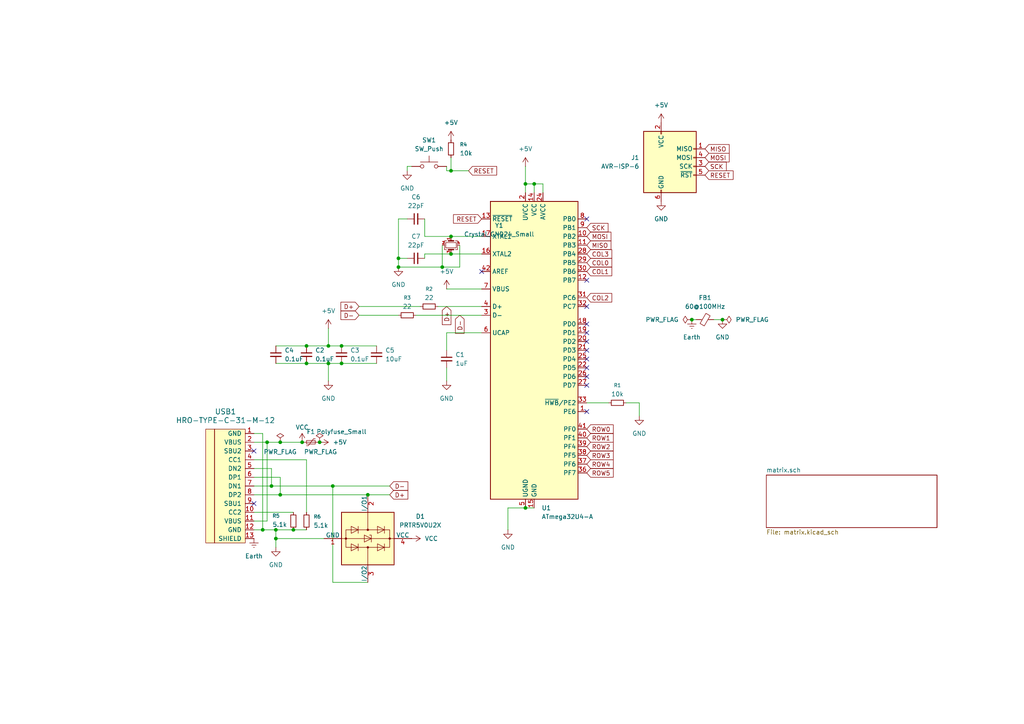
<source format=kicad_sch>
(kicad_sch (version 20250114) (generator "eeschema") (generator_version "9.0")
  (paper "A4")
  (lib_symbols
    (symbol "Connector:AVR-ISP-6" (pin_names (offset 1.016))
      (property "Reference" "J" (at -6.35 11.43 0))
      (property "Value" "AVR-ISP-6" (at 0 11.43 0))
      (symbol "AVR-ISP-6_0_1"
        (rectangle (start -2.667 10.16) (end -2.413 9.398))
        (rectangle (start -2.667 -6.858) (end -2.413 -7.62))
        (rectangle (start 7.62 10.16) (end -7.62 -7.62) (stroke (width 0.254)) (fill (type background)))
        (rectangle (start 7.62 5.207) (end 6.858 4.953))
        (rectangle (start 7.62 2.667) (end 6.858 2.413))
        (rectangle (start 7.62 0.127) (end 6.858 -0.127))
        (rectangle (start 7.62 -2.413) (end 6.858 -2.667))
      )
      (symbol "AVR-ISP-6_1_1"
        (pin passive line (at -2.54 12.7 270) (length 2.54) (name "VCC") (number "2"))
        (pin passive line (at -2.54 -10.16 90) (length 2.54) (name "GND") (number "6"))
        (pin passive line (at 10.16 5.08 180) (length 2.54) (name "MISO") (number "1"))
        (pin passive line (at 10.16 2.54 180) (length 2.54) (name "MOSI") (number "4"))
        (pin passive line (at 10.16 0 180) (length 2.54) (name "SCK") (number "3"))
        (pin passive line (at 10.16 -2.54 180) (length 2.54) (name "~{RST}") (number "5"))
      )
    )
    (symbol "Device:C_Small" (pin_numbers (hide yes)) (pin_names (offset 0.254) (hide yes))
      (property "Reference" "C" (at 0.254 1.778 0))
      (property "Value" "C_Small" (at 0.254 -2.032 0))
      (symbol "C_Small_0_1"
        (polyline (pts (xy -1.524 0.508) (xy 1.524 0.508)) (stroke (width 0.3048)))
        (polyline (pts (xy -1.524 -0.508) (xy 1.524 -0.508)) (stroke (width 0.3302)))
      )
      (symbol "C_Small_1_1"
        (pin passive line (at 0 2.54 270) (length 2.032) (name "~") (number "1"))
        (pin passive line (at 0 -2.54 90) (length 2.032) (name "~") (number "2"))
      )
    )
    (symbol "Device:Crystal_GND24_Small" (pin_names (offset 1.016) (hide yes))
      (property "Reference" "Y" (at 1.27 4.445 0))
      (property "Value" "Crystal_GND24_Small" (at 1.27 2.54 0))
      (symbol "Crystal_GND24_Small_0_1"
        (polyline (pts (xy -1.27 1.27) (xy -1.27 1.905) (xy 1.27 1.905) (xy 1.27 1.27)))
        (polyline (pts (xy -1.27 -0.762) (xy -1.27 0.762)) (stroke (width 0.381)))
        (polyline (pts (xy -1.27 -1.27) (xy -1.27 -1.905) (xy 1.27 -1.905) (xy 1.27 -1.27)))
        (rectangle (start -0.762 -1.524) (end 0.762 1.524))
        (polyline (pts (xy 1.27 -0.762) (xy 1.27 0.762)) (stroke (width 0.381)))
      )
      (symbol "Crystal_GND24_Small_1_1"
        (pin passive line (at -2.54 0 0) (length 1.27) (name "1") (number "1"))
        (pin passive line (at 0 2.54 270) (length 0.635) (name "4") (number "4"))
        (pin passive line (at 0 -2.54 90) (length 0.635) (name "2") (number "2"))
        (pin passive line (at 2.54 0 180) (length 1.27) (name "3") (number "3"))
      )
    )
    (symbol "Device:FerriteBead_Small" (pin_numbers (hide yes)) (pin_names (offset 0))
      (property "Reference" "FB" (at 1.905 1.27 0))
      (property "Value" "FerriteBead_Small" (at 1.905 -1.27 0))
      (symbol "FerriteBead_Small_0_1"
        (polyline (pts (xy -1.8288 0.2794) (xy -1.1176 1.4986) (xy 1.8288 -0.2032) (xy 1.1176 -1.4224) (xy -1.8288 0.2794)))
        (polyline (pts (xy 0 0.889) (xy 0 1.2954)))
        (polyline (pts (xy 0 -1.27) (xy 0 -0.7874)))
      )
      (symbol "FerriteBead_Small_1_1"
        (pin passive line (at 0 2.54 270) (length 1.27) (name "~") (number "1"))
        (pin passive line (at 0 -2.54 90) (length 1.27) (name "~") (number "2"))
      )
    )
    (symbol "Device:Polyfuse_Small" (pin_numbers (hide yes)) (pin_names (offset 0))
      (property "Reference" "F" (at -1.905 0 90))
      (property "Value" "Polyfuse_Small" (at 1.905 0 90))
      (symbol "Polyfuse_Small_0_1"
        (polyline (pts (xy -1.016 1.27) (xy -1.016 0.762) (xy 1.016 -0.762) (xy 1.016 -1.27)))
        (rectangle (start -0.508 1.27) (end 0.508 -1.27))
        (polyline (pts (xy 0 2.54) (xy 0 -2.54)))
      )
      (symbol "Polyfuse_Small_1_1"
        (pin passive line (at 0 2.54 270) (length 0.635) (name "~") (number "1"))
        (pin passive line (at 0 -2.54 90) (length 0.635) (name "~") (number "2"))
      )
    )
    (symbol "Device:R_Small" (pin_numbers (hide yes)) (pin_names (offset 0.254) (hide yes))
      (property "Reference" "R" (at 0 0 90))
      (property "Value" "R_Small" (at 1.778 0 90))
      (symbol "R_Small_0_1"
        (rectangle (start -0.762 1.778) (end 0.762 -1.778) (stroke (width 0.2032)))
      )
      (symbol "R_Small_1_1"
        (pin passive line (at 0 2.54 270) (length 0.762) (name "~") (number "1"))
        (pin passive line (at 0 -2.54 90) (length 0.762) (name "~") (number "2"))
      )
    )
    (symbol "MCU_Microchip_ATmega:ATmega32U4-A"
      (property "Reference" "U" (at -12.7 44.45 0))
      (property "Value" "ATmega32U4-A" (at 2.54 -44.45 0))
      (symbol "ATmega32U4-A_0_1"
        (rectangle (start -12.7 -43.18) (end 12.7 43.18) (stroke (width 0.254)) (fill (type background)))
      )
      (symbol "ATmega32U4-A_1_1"
        (pin input line (at -15.24 38.1 0) (length 2.54) (name "~{RESET}") (number "13"))
        (pin input line (at -15.24 33.02 0) (length 2.54) (name "XTAL1") (number "17"))
        (pin output line (at -15.24 27.94 0) (length 2.54) (name "XTAL2") (number "16"))
        (pin passive line (at -15.24 22.86 0) (length 2.54) (name "AREF") (number "42"))
        (pin input line (at -15.24 17.78 0) (length 2.54) (name "VBUS") (number "7"))
        (pin bidirectional line (at -15.24 12.7 0) (length 2.54) (name "D+") (number "4"))
        (pin bidirectional line (at -15.24 10.16 0) (length 2.54) (name "D-") (number "3"))
        (pin passive line (at -15.24 5.08 0) (length 2.54) (name "UCAP") (number "6"))
        (pin power_in line (at -2.54 45.72 270) (length 2.54) (name "UVCC") (number "2"))
        (pin passive line (at -2.54 -45.72 90) (length 2.54) (name "UGND") (number "5"))
        (pin power_in line (at 0 45.72 270) (length 2.54) (name "VCC") (number "14"))
        (pin passive line (at 0 45.72 270) (length 2.54) (hide yes) (name "VCC") (number "34"))
        (pin power_in line (at 0 -45.72 90) (length 2.54) (name "GND") (number "15"))
        (pin passive line (at 0 -45.72 90) (length 2.54) (hide yes) (name "GND") (number "23"))
        (pin passive line (at 0 -45.72 90) (length 2.54) (hide yes) (name "GND") (number "35"))
        (pin passive line (at 0 -45.72 90) (length 2.54) (hide yes) (name "GND") (number "43"))
        (pin power_in line (at 2.54 45.72 270) (length 2.54) (name "AVCC") (number "24"))
        (pin passive line (at 2.54 45.72 270) (length 2.54) (hide yes) (name "AVCC") (number "44"))
        (pin bidirectional line (at 15.24 38.1 180) (length 2.54) (name "PB0") (number "8"))
        (pin bidirectional line (at 15.24 35.56 180) (length 2.54) (name "PB1") (number "9"))
        (pin bidirectional line (at 15.24 33.02 180) (length 2.54) (name "PB2") (number "10"))
        (pin bidirectional line (at 15.24 30.48 180) (length 2.54) (name "PB3") (number "11"))
        (pin bidirectional line (at 15.24 27.94 180) (length 2.54) (name "PB4") (number "28"))
        (pin bidirectional line (at 15.24 25.4 180) (length 2.54) (name "PB5") (number "29"))
        (pin bidirectional line (at 15.24 22.86 180) (length 2.54) (name "PB6") (number "30"))
        (pin bidirectional line (at 15.24 20.32 180) (length 2.54) (name "PB7") (number "12"))
        (pin bidirectional line (at 15.24 15.24 180) (length 2.54) (name "PC6") (number "31"))
        (pin bidirectional line (at 15.24 12.7 180) (length 2.54) (name "PC7") (number "32"))
        (pin bidirectional line (at 15.24 7.62 180) (length 2.54) (name "PD0") (number "18"))
        (pin bidirectional line (at 15.24 5.08 180) (length 2.54) (name "PD1") (number "19"))
        (pin bidirectional line (at 15.24 2.54 180) (length 2.54) (name "PD2") (number "20"))
        (pin bidirectional line (at 15.24 0 180) (length 2.54) (name "PD3") (number "21"))
        (pin bidirectional line (at 15.24 -2.54 180) (length 2.54) (name "PD4") (number "25"))
        (pin bidirectional line (at 15.24 -5.08 180) (length 2.54) (name "PD5") (number "22"))
        (pin bidirectional line (at 15.24 -7.62 180) (length 2.54) (name "PD6") (number "26"))
        (pin bidirectional line (at 15.24 -10.16 180) (length 2.54) (name "PD7") (number "27"))
        (pin bidirectional line (at 15.24 -15.24 180) (length 2.54) (name "~{HWB}/PE2") (number "33"))
        (pin bidirectional line (at 15.24 -17.78 180) (length 2.54) (name "PE6") (number "1"))
        (pin bidirectional line (at 15.24 -22.86 180) (length 2.54) (name "PF0") (number "41"))
        (pin bidirectional line (at 15.24 -25.4 180) (length 2.54) (name "PF1") (number "40"))
        (pin bidirectional line (at 15.24 -27.94 180) (length 2.54) (name "PF4") (number "39"))
        (pin bidirectional line (at 15.24 -30.48 180) (length 2.54) (name "PF5") (number "38"))
        (pin bidirectional line (at 15.24 -33.02 180) (length 2.54) (name "PF6") (number "37"))
        (pin bidirectional line (at 15.24 -35.56 180) (length 2.54) (name "PF7") (number "36"))
      )
    )
    (symbol "Power_Protection:PRTR5V0U2X" (pin_names (offset 0))
      (property "Reference" "D" (at 2.794 8.636 0))
      (property "Value" "PRTR5V0U2X" (at 8.128 -9.398 0))
      (symbol "PRTR5V0U2X_0_1"
        (rectangle (start -7.62 -7.62) (end 7.62 7.62) (stroke (width 0.254)) (fill (type background)))
        (polyline (pts (xy -3.556 2.794) (xy -1.524 2.794) (xy -2.54 4.826) (xy -3.556 2.794)))
        (polyline (pts (xy -3.556 -4.826) (xy -1.524 -4.826) (xy -2.54 -2.794) (xy -3.556 -4.826)))
        (rectangle (start -2.54 6.35) (end 2.54 -6.35))
        (circle (center -2.54 0) (radius 0.254) (fill (type outline)))
        (polyline (pts (xy -2.54 0) (xy -7.62 0)))
        (polyline (pts (xy -1.524 4.826) (xy -3.556 4.826)))
        (polyline (pts (xy -1.524 -2.794) (xy -3.556 -2.794)))
        (polyline (pts (xy -1.016 -1.016) (xy 1.016 -1.016) (xy 0 1.016) (xy -1.016 -1.016)))
        (circle (center 0 6.35) (radius 0.254) (fill (type outline)))
        (circle (center 0 -6.35) (radius 0.254) (fill (type outline)))
        (polyline (pts (xy 0 -7.62) (xy 0 7.62)))
        (polyline (pts (xy 1.016 1.016) (xy -1.016 1.016) (xy -1.016 0.508)))
        (polyline (pts (xy 1.524 4.826) (xy 3.556 4.826)))
        (polyline (pts (xy 1.524 -2.794) (xy 3.556 -2.794)))
        (polyline (pts (xy 2.54 0) (xy 7.62 0)))
        (circle (center 2.54 0) (radius 0.254) (fill (type outline)))
        (polyline (pts (xy 3.556 2.794) (xy 1.524 2.794) (xy 2.54 4.826) (xy 3.556 2.794)))
        (polyline (pts (xy 3.556 -4.826) (xy 1.524 -4.826) (xy 2.54 -2.794) (xy 3.556 -4.826)))
      )
      (symbol "PRTR5V0U2X_1_1"
        (pin passive line (at -12.7 0 0) (length 5.08) (name "I/O1") (number "2"))
        (pin passive line (at 0 12.7 270) (length 5.08) (name "VCC") (number "4"))
        (pin passive line (at 0 -12.7 90) (length 5.08) (name "GND") (number "1"))
        (pin passive line (at 12.7 0 180) (length 5.08) (name "I/O2") (number "3"))
      )
    )
    (symbol "Switch:SW_Push" (pin_numbers (hide yes)) (pin_names (offset 1.016) (hide yes))
      (property "Reference" "SW" (at 1.27 2.54 0))
      (property "Value" "SW_Push" (at 0 -1.524 0))
      (symbol "SW_Push_0_1"
        (circle (center -2.032 0) (radius 0.508))
        (polyline (pts (xy 0 1.27) (xy 0 3.048)))
        (circle (center 2.032 0) (radius 0.508))
        (polyline (pts (xy 2.54 1.27) (xy -2.54 1.27)))
        (pin passive line (at -5.08 0 0) (length 2.54) (name "1") (number "1"))
        (pin passive line (at 5.08 0 180) (length 2.54) (name "2") (number "2"))
      )
    )
    (symbol "Type-C:HRO-TYPE-C-31-M-12" (pin_names (offset 1.016))
      (property "Reference" "USB" (at -5.08 16.51 0))
      (property "Value" "HRO-TYPE-C-31-M-12" (at -10.16 -1.27 90))
      (symbol "HRO-TYPE-C-31-M-12_0_1"
        (rectangle (start -11.43 15.24) (end -8.89 -17.78) (fill (type background)))
        (rectangle (start 0 -17.78) (end -8.89 15.24) (fill (type background)))
      )
      (symbol "HRO-TYPE-C-31-M-12_1_1"
        (pin input line (at 2.54 13.97 180) (length 2.54) (name "GND") (number "1"))
        (pin input line (at 2.54 11.43 180) (length 2.54) (name "VBUS") (number "2"))
        (pin input line (at 2.54 8.89 180) (length 2.54) (name "SBU2") (number "3"))
        (pin input line (at 2.54 6.35 180) (length 2.54) (name "CC1") (number "4"))
        (pin input line (at 2.54 3.81 180) (length 2.54) (name "DN2") (number "5"))
        (pin input line (at 2.54 1.27 180) (length 2.54) (name "DP1") (number "6"))
        (pin input line (at 2.54 -1.27 180) (length 2.54) (name "DN1") (number "7"))
        (pin input line (at 2.54 -3.81 180) (length 2.54) (name "DP2") (number "8"))
        (pin input line (at 2.54 -6.35 180) (length 2.54) (name "SBU1") (number "9"))
        (pin input line (at 2.54 -8.89 180) (length 2.54) (name "CC2") (number "10"))
        (pin input line (at 2.54 -11.43 180) (length 2.54) (name "VBUS") (number "11"))
        (pin input line (at 2.54 -13.97 180) (length 2.54) (name "GND") (number "12"))
        (pin input line (at 2.54 -16.51 180) (length 2.54) (name "SHIELD") (number "13"))
      )
    )
    (symbol "power:+5V" (power) (pin_numbers (hide yes)) (pin_names (offset 0) (hide yes))
      (property "Value" "+5V" (at 0 3.556 0))
      (symbol "+5V_0_1"
        (polyline (pts (xy -0.762 1.27) (xy 0 2.54)))
        (polyline (pts (xy 0 2.54) (xy 0.762 1.27)))
        (polyline (pts (xy 0 0) (xy 0 2.54)))
      )
      (symbol "+5V_1_1"
        (pin power_in line (at 0 0 90) (length 0) (name "~") (number "1"))
      )
    )
    (symbol "power:Earth" (power) (pin_numbers (hide yes)) (pin_names (offset 0) (hide yes))
      (property "Value" "Earth" (at 0 -3.81 0))
      (symbol "Earth_0_1"
        (polyline (pts (xy -0.635 -1.905) (xy 0.635 -1.905)))
        (polyline (pts (xy -0.127 -2.54) (xy 0.127 -2.54)))
        (polyline (pts (xy 0 -1.27) (xy 0 0)))
        (polyline (pts (xy 1.27 -1.27) (xy -1.27 -1.27)))
      )
      (symbol "Earth_1_1"
        (pin power_in line (at 0 0 270) (length 0) (name "~") (number "1"))
      )
    )
    (symbol "power:GND" (power) (pin_numbers (hide yes)) (pin_names (offset 0) (hide yes))
      (property "Value" "GND" (at 0 -3.81 0))
      (symbol "GND_0_1"
        (polyline (pts (xy 0 0) (xy 0 -1.27) (xy 1.27 -1.27) (xy 0 -2.54) (xy -1.27 -1.27) (xy 0 -1.27)))
      )
      (symbol "GND_1_1"
        (pin power_in line (at 0 0 270) (length 0) (name "~") (number "1"))
      )
    )
    (symbol "power:PWR_FLAG" (power) (pin_numbers (hide yes)) (pin_names (offset 0) (hide yes))
      (property "Value" "PWR_FLAG" (at 0 3.81 0))
      (symbol "PWR_FLAG_0_0"
        (pin power_out line (at 0 0 90) (length 0) (name "~") (number "1"))
      )
      (symbol "PWR_FLAG_0_1"
        (polyline (pts (xy 0 0) (xy 0 1.27) (xy -1.016 1.905) (xy 0 2.54) (xy 1.016 1.905) (xy 0 1.27)))
      )
    )
    (symbol "power:VCC" (power) (pin_numbers (hide yes)) (pin_names (offset 0) (hide yes))
      (property "Value" "VCC" (at 0 3.556 0))
      (symbol "VCC_0_1"
        (polyline (pts (xy -0.762 1.27) (xy 0 2.54)))
        (polyline (pts (xy 0 2.54) (xy 0.762 1.27)))
        (polyline (pts (xy 0 0) (xy 0 2.54)))
      )
      (symbol "VCC_1_1"
        (pin power_in line (at 0 0 90) (length 0) (name "~") (number "1"))
      )
    )
  )
  (junction (at 87.63 128.27))
  (junction (at 78.74 140.97))
  (junction (at 88.9 105.41))
  (junction (at 128.27 77.47))
  (junction (at 95.25 100.33))
  (junction (at 152.4 147.32))
  (junction (at 130.81 68.58))
  (junction (at 200.66 92.71))
  (junction (at 130.81 49.53))
  (junction (at 81.28 128.27))
  (junction (at 77.47 128.27))
  (junction (at 130.81 73.66))
  (junction (at 76.2 153.67))
  (junction (at 88.9 100.33))
  (junction (at 95.25 105.41))
  (junction (at 96.52 140.97))
  (junction (at 115.57 77.47))
  (junction (at 81.28 143.51))
  (junction (at 92.71 128.27))
  (junction (at 85.09 153.67))
  (junction (at 209.55 92.71))
  (junction (at 115.57 74.93))
  (junction (at 99.06 100.33))
  (junction (at 80.01 156.21))
  (junction (at 152.4 53.34))
  (junction (at 106.68 143.51))
  (junction (at 154.94 53.34))
  (junction (at 80.01 153.67))
  (junction (at 99.06 105.41))
  (no_connect (at 170.18 88.9))
  (no_connect (at 170.18 63.5))
  (no_connect (at 170.18 119.38))
  (no_connect (at 170.18 96.52))
  (no_connect (at 170.18 111.76))
  (no_connect (at 170.18 81.28))
  (no_connect (at 73.66 146.05))
  (no_connect (at 170.18 109.22))
  (no_connect (at 170.18 93.98))
  (no_connect (at 170.18 106.68))
  (no_connect (at 170.18 101.6))
  (no_connect (at 170.18 99.06))
  (no_connect (at 170.18 104.14))
  (no_connect (at 139.7 78.74))
  (no_connect (at 73.66 130.81))
  (wire (pts (xy 104.14 88.9) (xy 121.92 88.9)))
  (wire (pts (xy 128.27 77.47) (xy 115.57 77.47)))
  (wire (pts (xy 123.19 74.93) (xy 123.19 73.66)))
  (wire (pts (xy 115.57 77.47) (xy 115.57 74.93)))
  (wire (pts (xy 170.18 116.84) (xy 176.53 116.84)))
  (wire (pts (xy 78.74 140.97) (xy 78.74 135.89)))
  (wire (pts (xy 73.66 140.97) (xy 78.74 140.97)))
  (wire (pts (xy 78.74 135.89) (xy 73.66 135.89)))
  (wire (pts (xy 130.81 73.66) (xy 139.7 73.66)))
  (wire (pts (xy 152.4 48.26) (xy 152.4 53.34)))
  (wire (pts (xy 81.28 143.51) (xy 106.68 143.51)))
  (wire (pts (xy 129.54 101.6) (xy 129.54 96.52)))
  (wire (pts (xy 96.52 140.97) (xy 113.03 140.97)))
  (wire (pts (xy 81.28 138.43) (xy 73.66 138.43)))
  (wire (pts (xy 80.01 158.75) (xy 80.01 156.21)))
  (wire (pts (xy 96.52 140.97) (xy 96.52 168.91)))
  (wire (pts (xy 73.66 133.35) (xy 88.9 133.35)))
  (wire (pts (xy 88.9 105.41) (xy 95.25 105.41)))
  (wire (pts (xy 115.57 74.93) (xy 118.11 74.93)))
  (wire (pts (xy 154.94 53.34) (xy 152.4 53.34)))
  (wire (pts (xy 123.19 68.58) (xy 130.81 68.58)))
  (wire (pts (xy 73.66 151.13) (xy 77.47 151.13)))
  (wire (pts (xy 88.9 100.33) (xy 95.25 100.33)))
  (wire (pts (xy 73.66 125.73) (xy 76.2 125.73)))
  (wire (pts (xy 152.4 147.32) (xy 154.94 147.32)))
  (wire (pts (xy 96.52 168.91) (xy 106.68 168.91)))
  (wire (pts (xy 129.54 83.82) (xy 139.7 83.82)))
  (wire (pts (xy 77.47 128.27) (xy 81.28 128.27)))
  (wire (pts (xy 80.01 100.33) (xy 88.9 100.33)))
  (wire (pts (xy 80.01 153.67) (xy 85.09 153.67)))
  (wire (pts (xy 81.28 143.51) (xy 81.28 138.43)))
  (wire (pts (xy 130.81 68.58) (xy 139.7 68.58)))
  (wire (pts (xy 80.01 156.21) (xy 93.98 156.21)))
  (wire (pts (xy 115.57 74.93) (xy 115.57 63.5)))
  (wire (pts (xy 95.25 105.41) (xy 99.06 105.41)))
  (wire (pts (xy 152.4 147.32) (xy 147.32 147.32)))
  (wire (pts (xy 99.06 100.33) (xy 109.22 100.33)))
  (wire (pts (xy 129.54 49.53) (xy 130.81 49.53)))
  (wire (pts (xy 95.25 95.25) (xy 95.25 100.33)))
  (wire (pts (xy 133.35 71.12) (xy 133.35 77.47)))
  (wire (pts (xy 104.14 91.44) (xy 115.57 91.44)))
  (wire (pts (xy 106.68 143.51) (xy 113.03 143.51)))
  (wire (pts (xy 123.19 63.5) (xy 123.19 68.58)))
  (wire (pts (xy 77.47 128.27) (xy 73.66 128.27)))
  (wire (pts (xy 185.42 116.84) (xy 185.42 120.65)))
  (wire (pts (xy 78.74 140.97) (xy 96.52 140.97)))
  (wire (pts (xy 95.25 110.49) (xy 95.25 105.41)))
  (wire (pts (xy 88.9 133.35) (xy 88.9 148.59)))
  (wire (pts (xy 129.54 106.68) (xy 129.54 110.49)))
  (wire (pts (xy 152.4 53.34) (xy 152.4 55.88)))
  (wire (pts (xy 130.81 49.53) (xy 130.81 45.72)))
  (wire (pts (xy 73.66 143.51) (xy 81.28 143.51)))
  (wire (pts (xy 123.19 73.66) (xy 130.81 73.66)))
  (wire (pts (xy 200.66 92.71) (xy 201.93 92.71)))
  (wire (pts (xy 130.81 49.53) (xy 135.89 49.53)))
  (wire (pts (xy 76.2 125.73) (xy 76.2 153.67)))
  (wire (pts (xy 115.57 63.5) (xy 118.11 63.5)))
  (wire (pts (xy 147.32 147.32) (xy 147.32 153.67)))
  (wire (pts (xy 80.01 105.41) (xy 88.9 105.41)))
  (wire (pts (xy 157.48 53.34) (xy 154.94 53.34)))
  (wire (pts (xy 207.01 92.71) (xy 209.55 92.71)))
  (wire (pts (xy 133.35 77.47) (xy 128.27 77.47)))
  (wire (pts (xy 81.28 128.27) (xy 87.63 128.27)))
  (wire (pts (xy 73.66 148.59) (xy 85.09 148.59)))
  (wire (pts (xy 129.54 96.52) (xy 139.7 96.52)))
  (wire (pts (xy 120.65 91.44) (xy 139.7 91.44)))
  (wire (pts (xy 181.61 116.84) (xy 185.42 116.84)))
  (wire (pts (xy 80.01 156.21) (xy 80.01 153.67)))
  (wire (pts (xy 99.06 105.41) (xy 109.22 105.41)))
  (wire (pts (xy 85.09 153.67) (xy 88.9 153.67)))
  (wire (pts (xy 129.54 48.26) (xy 129.54 49.53)))
  (wire (pts (xy 157.48 55.88) (xy 157.48 53.34)))
  (wire (pts (xy 128.27 71.12) (xy 128.27 77.47)))
  (wire (pts (xy 118.11 49.53) (xy 118.11 48.26)))
  (wire (pts (xy 127 88.9) (xy 139.7 88.9)))
  (wire (pts (xy 154.94 55.88) (xy 154.94 53.34)))
  (wire (pts (xy 77.47 151.13) (xy 77.47 128.27)))
  (wire (pts (xy 76.2 153.67) (xy 80.01 153.67)))
  (wire (pts (xy 95.25 100.33) (xy 99.06 100.33)))
  (wire (pts (xy 118.11 48.26) (xy 119.38 48.26)))
  (wire (pts (xy 73.66 153.67) (xy 76.2 153.67)))
  (global_label "D-" (shape input) (at 113.03 140.97 0) (property "Intersheetrefs" "${INTERSHEET_REFS}" (effects (hide yes))))
  (global_label "RESET" (shape input) (at 204.47 50.8 0) (property "Intersheetrefs" "${INTERSHEET_REFS}" (effects (hide yes))))
  (global_label "D-" (shape input) (at 104.14 91.44 180) (property "Intersheetrefs" "${INTERSHEET_REFS}" (effects (hide yes))))
  (global_label "D+" (shape input) (at 104.14 88.9 180) (property "Intersheetrefs" "${INTERSHEET_REFS}" (effects (hide yes))))
  (global_label "COL1" (shape input) (at 170.18 78.74 0) (property "Intersheetrefs" "${INTERSHEET_REFS}" (effects (hide yes))))
  (global_label "MISO" (shape input) (at 170.18 71.12 0) (property "Intersheetrefs" "${INTERSHEET_REFS}" (effects (hide yes))))
  (global_label "RESET" (shape input) (at 139.7 63.5 180) (property "Intersheetrefs" "${INTERSHEET_REFS}" (effects (hide yes))))
  (global_label "MISO" (shape input) (at 204.47 43.18 0) (property "Intersheetrefs" "${INTERSHEET_REFS}" (effects (hide yes))))
  (global_label "ROW5" (shape input) (at 170.18 137.16 0) (property "Intersheetrefs" "${INTERSHEET_REFS}" (effects (hide yes))))
  (global_label "RESET" (shape input) (at 135.89 49.53 0) (property "Intersheetrefs" "${INTERSHEET_REFS}" (effects (hide yes))))
  (global_label "D+" (shape input) (at 113.03 143.51 0) (property "Intersheetrefs" "${INTERSHEET_REFS}" (effects (hide yes))))
  (global_label "ROW4" (shape input) (at 170.18 134.62 0) (property "Intersheetrefs" "${INTERSHEET_REFS}" (effects (hide yes))))
  (global_label "ROW3" (shape input) (at 170.18 132.08 0) (property "Intersheetrefs" "${INTERSHEET_REFS}" (effects (hide yes))))
  (global_label "COL3" (shape input) (at 170.18 73.66 0) (property "Intersheetrefs" "${INTERSHEET_REFS}" (effects (hide yes))))
  (global_label "COL0" (shape input) (at 170.18 76.2 0) (property "Intersheetrefs" "${INTERSHEET_REFS}" (effects (hide yes))))
  (global_label "SCK" (shape input) (at 170.18 66.04 0) (property "Intersheetrefs" "${INTERSHEET_REFS}" (effects (hide yes))))
  (global_label "MOSI" (shape input) (at 204.47 45.72 0) (property "Intersheetrefs" "${INTERSHEET_REFS}" (effects (hide yes))))
  (global_label "ROW2" (shape input) (at 170.18 129.54 0) (property "Intersheetrefs" "${INTERSHEET_REFS}" (effects (hide yes))))
  (global_label "D-" (shape input) (at 133.35 91.44 270) (property "Intersheetrefs" "${INTERSHEET_REFS}" (effects (hide yes))))
  (global_label "D+" (shape input) (at 129.54 88.9 270) (property "Intersheetrefs" "${INTERSHEET_REFS}" (effects (hide yes))))
  (global_label "ROW0" (shape input) (at 170.18 124.46 0) (property "Intersheetrefs" "${INTERSHEET_REFS}" (effects (hide yes))))
  (global_label "MOSI" (shape input) (at 170.18 68.58 0) (property "Intersheetrefs" "${INTERSHEET_REFS}" (effects (hide yes))))
  (global_label "SCK" (shape input) (at 204.47 48.26 0) (property "Intersheetrefs" "${INTERSHEET_REFS}" (effects (hide yes))))
  (global_label "ROW1" (shape input) (at 170.18 127 0) (property "Intersheetrefs" "${INTERSHEET_REFS}" (effects (hide yes))))
  (global_label "COL2" (shape input) (at 170.18 86.36 0) (property "Intersheetrefs" "${INTERSHEET_REFS}" (effects (hide yes))))
  (symbol (lib_id "Device:R_Small") (at 179.07 116.84 90) (unit 1)
    (property "Reference" "R1" (at 179.07 111.76 90) (effects (font (size 1.016 1.016))))
    (property "Value" "10k" (at 179.07 114.3 90))
    (property "Footprint" "Resistor_SMD:R_0805_2012Metric_Pad1.20x1.40mm_HandSolder" (effects (hide yes)))
    (property "Description" "Resistor, small symbol" (effects (hide yes)))
  )
  (symbol (lib_id "Switch:SW_Push") (at 124.46 48.26 0) (unit 1)
    (property "Reference" "SW1" (at 124.46 40.64 0))
    (property "Value" "SW_Push" (at 124.46 43.18 0))
    (property "Footprint" "Alps_Only:ALPS-1U" (effects (hide yes)))
    (property "Description" "Push button switch, generic, two pins" (effects (hide yes)))
  )
  (symbol (lib_id "Device:C_Small") (at 88.9 102.87 0) (unit 1)
    (property "Reference" "C2" (at 91.44 101.6062 0) (effects (justify left)))
    (property "Value" "0.1uF" (at 91.44 104.1462 0) (effects (justify left)))
    (property "Footprint" "Capacitor_SMD:C_0805_2012Metric_Pad1.18x1.45mm_HandSolder" (effects (hide yes)))
    (property "Description" "Unpolarized capacitor, small symbol" (effects (hide yes)))
  )
  (symbol (lib_id "power:GND") (at 80.01 158.75 0) (unit 1)
    (property "Reference" "#PWR013" (effects (hide yes)))
    (property "Value" "GND" (at 80.01 163.83 0))
    (property "Description" "Power symbol creates a global label with name \"GND\" , ground" (effects (hide yes)))
  )
  (symbol (lib_id "Device:Crystal_GND24_Small") (at 130.81 71.12 270) (unit 1)
    (property "Reference" "Y1" (at 144.78 65.3982 90))
    (property "Value" "Crystal_GND24_Small" (at 144.78 67.9382 90))
    (property "Footprint" "Crystal:Crystal_SMD_3225-4Pin_3.2x2.5mm_HandSoldering" (effects (hide yes)))
    (property "Description" "Four pin crystal, GND on pins 2 and 4, small symbol" (effects (hide yes)))
  )
  (symbol (lib_id "Device:C_Small") (at 120.65 74.93 90) (unit 1)
    (property "Reference" "C7" (at 120.6563 68.58 90))
    (property "Value" "22pF" (at 120.6563 71.12 90))
    (property "Footprint" "Capacitor_SMD:C_0805_2012Metric_Pad1.18x1.45mm_HandSolder" (effects (hide yes)))
    (property "Description" "Unpolarized capacitor, small symbol" (effects (hide yes)))
  )
  (symbol (lib_id "power:GND") (at 147.32 153.67 0) (unit 1)
    (property "Reference" "#PWR02" (effects (hide yes)))
    (property "Value" "GND" (at 147.32 158.75 0))
    (property "Description" "Power symbol creates a global label with name \"GND\" , ground" (effects (hide yes)))
  )
  (symbol (lib_id "Device:C_Small") (at 120.65 63.5 90) (unit 1)
    (property "Reference" "C6" (at 120.6563 57.15 90))
    (property "Value" "22pF" (at 120.6563 59.69 90))
    (property "Footprint" "Capacitor_SMD:C_0805_2012Metric_Pad1.18x1.45mm_HandSolder" (effects (hide yes)))
    (property "Description" "Unpolarized capacitor, small symbol" (effects (hide yes)))
  )
  (symbol (lib_id "power:Earth") (at 200.66 92.71 0) (unit 1)
    (property "Reference" "#PWR018" (effects (hide yes)))
    (property "Value" "Earth" (at 200.66 97.79 0))
    (property "Description" "Power symbol creates a global label with name \"Earth\"" (effects (hide yes)))
  )
  (symbol (lib_id "power:GND") (at 191.77 58.42 0) (unit 1)
    (property "Reference" "#PWR015" (effects (hide yes)))
    (property "Value" "GND" (at 191.77 63.5 0))
    (property "Description" "Power symbol creates a global label with name \"GND\" , ground" (effects (hide yes)))
  )
  (symbol (lib_id "power:PWR_FLAG") (at 209.55 92.71 270) (unit 1)
    (property "Reference" "#FLG04" (effects (hide yes)))
    (property "Value" "PWR_FLAG" (at 213.36 92.7099 90) (effects (justify left)))
    (property "Description" "Special symbol for telling ERC where power comes from" (effects (hide yes)))
  )
  (symbol (lib_id "Device:FerriteBead_Small") (at 204.47 92.71 270) (unit 1)
    (property "Reference" "FB1" (at 204.5081 86.36 90))
    (property "Value" "60@100MHz" (at 204.5081 88.9 90))
    (property "Footprint" "Inductor_SMD:L_0805_2012Metric_Pad1.15x1.40mm_HandSolder" (effects (hide yes)))
    (property "Description" "Ferrite bead, small symbol" (effects (hide yes)))
  )
  (symbol (lib_id "Device:R_Small") (at 130.81 43.18 0) (unit 1)
    (property "Reference" "R4" (at 133.35 41.9099 0) (effects (font (size 1.016 1.016)) (justify left)))
    (property "Value" "10k" (at 133.35 44.4499 0) (effects (justify left)))
    (property "Footprint" "Resistor_SMD:R_0805_2012Metric_Pad1.20x1.40mm_HandSolder" (effects (hide yes)))
    (property "Description" "Resistor, small symbol" (effects (hide yes)))
  )
  (symbol (lib_id "power:+5V") (at 95.25 95.25 0) (unit 1)
    (property "Reference" "#PWR06" (effects (hide yes)))
    (property "Value" "+5V" (at 95.25 90.17 0))
    (property "Description" "Power symbol creates a global label with name \"+5V\"" (effects (hide yes)))
  )
  (symbol (lib_id "Device:R_Small") (at 118.11 91.44 90) (unit 1)
    (property "Reference" "R3" (at 118.11 86.36 90) (effects (font (size 1.016 1.016))))
    (property "Value" "22" (at 118.11 88.9 90))
    (property "Footprint" "Resistor_SMD:R_0805_2012Metric_Pad1.20x1.40mm_HandSolder" (effects (hide yes)))
    (property "Description" "Resistor, small symbol" (effects (hide yes)))
  )
  (symbol (lib_id "power:GND") (at 209.55 92.71 0) (unit 1)
    (property "Reference" "#PWR017" (effects (hide yes)))
    (property "Value" "GND" (at 209.55 97.79 0))
    (property "Description" "Power symbol creates a global label with name \"GND\" , ground" (effects (hide yes)))
  )
  (symbol (lib_id "power:GND") (at 95.25 110.49 0) (unit 1)
    (property "Reference" "#PWR05" (effects (hide yes)))
    (property "Value" "GND" (at 95.25 115.57 0))
    (property "Description" "Power symbol creates a global label with name \"GND\" , ground" (effects (hide yes)))
  )
  (symbol (lib_id "Connector:AVR-ISP-6") (at 194.31 48.26 0) (unit 1)
    (property "Reference" "J1" (at 185.42 45.7199 0) (effects (justify right)))
    (property "Value" "AVR-ISP-6" (at 185.42 48.2599 0) (effects (justify right)))
    (property "Footprint" "random-keyboard-parts:Reset_Pretty-Mask" (effects (hide yes)))
    (property "Description" "Atmel 6-pin ISP connector" (effects (hide yes)))
  )
  (symbol (lib_id "Device:C_Small") (at 99.06 102.87 0) (unit 1)
    (property "Reference" "C3" (at 101.6 101.6062 0) (effects (justify left)))
    (property "Value" "0.1uF" (at 101.6 104.1462 0) (effects (justify left)))
    (property "Footprint" "Capacitor_SMD:C_0805_2012Metric_Pad1.18x1.45mm_HandSolder" (effects (hide yes)))
    (property "Description" "Unpolarized capacitor, small symbol" (effects (hide yes)))
  )
  (symbol (lib_id "MCU_Microchip_ATmega:ATmega32U4-A") (at 154.94 101.6 0) (unit 1)
    (property "Reference" "U1" (at 157.0833 147.32 0) (effects (justify left)))
    (property "Value" "ATmega32U4-A" (at 157.0833 149.86 0) (effects (justify left)))
    (property "Footprint" "Package_QFP:TQFP-44_10x10mm_P0.8mm" (effects (hide yes)))
    (property "Datasheet" "http://ww1.microchip.com/downloads/en/DeviceDoc/Atmel-7766-8-bit-AVR-ATmega16U4-32U4_Datasheet.pdf" (effects (hide yes)))
    (property "Description" "16MHz, 32kB Flash, 2.5kB SRAM, 1kB EEPROM, USB 2.0, TQFP-44" (effects (hide yes)))
  )
  (symbol (lib_id "Power_Protection:PRTR5V0U2X") (at 106.68 156.21 270) (unit 1)
    (property "Reference" "D1" (at 121.92 149.7898 90))
    (property "Value" "PRTR5V0U2X" (at 121.92 152.3298 90))
    (property "Footprint" "Package_TO_SOT_SMD:SOT-143" (effects (hide yes)))
    (property "Datasheet" "https://assets.nexperia.com/documents/data-sheet/PRTR5V0U2X.pdf" (effects (hide yes)))
    (property "Description" "Ultra low capacitance double rail-to-rail ESD protection diode, SOT-143" (effects (hide yes)))
  )
  (symbol (lib_id "power:GND") (at 118.11 49.53 0) (unit 1)
    (property "Reference" "#PWR09" (effects (hide yes)))
    (property "Value" "GND" (at 118.11 54.61 0))
    (property "Description" "Power symbol creates a global label with name \"GND\" , ground" (effects (hide yes)))
  )
  (symbol (lib_id "power:GND") (at 115.57 77.47 0) (unit 1)
    (property "Reference" "#PWR08" (effects (hide yes)))
    (property "Value" "GND" (at 115.57 82.55 0))
    (property "Description" "Power symbol creates a global label with name \"GND\" , ground" (effects (hide yes)))
  )
  (symbol (lib_id "Device:R_Small") (at 124.46 88.9 270) (unit 1)
    (property "Reference" "R2" (at 124.46 83.82 90) (effects (font (size 1.016 1.016))))
    (property "Value" "22" (at 124.46 86.36 90))
    (property "Footprint" "Resistor_SMD:R_0805_2012Metric_Pad1.20x1.40mm_HandSolder" (effects (hide yes)))
    (property "Description" "Resistor, small symbol" (effects (hide yes)))
  )
  (symbol (lib_id "Device:R_Small") (at 85.09 151.13 0) (unit 1)
    (property "Reference" "R5" (at 78.994 149.606 0) (effects (font (size 1.016 1.016)) (justify left)))
    (property "Value" "5.1k" (at 78.994 152.146 0) (effects (justify left)))
    (property "Footprint" "Resistor_SMD:R_0805_2012Metric_Pad1.20x1.40mm_HandSolder" (effects (hide yes)))
    (property "Description" "Resistor, small symbol" (effects (hide yes)))
  )
  (symbol (lib_id "power:+5V") (at 191.77 35.56 0) (unit 1)
    (property "Reference" "#PWR014" (effects (hide yes)))
    (property "Value" "+5V" (at 191.77 30.48 0))
    (property "Description" "Power symbol creates a global label with name \"+5V\"" (effects (hide yes)))
  )
  (symbol (lib_id "power:+5V") (at 152.4 48.26 0) (unit 1)
    (property "Reference" "#PWR01" (effects (hide yes)))
    (property "Value" "+5V" (at 152.4 43.18 0))
    (property "Description" "Power symbol creates a global label with name \"+5V\"" (effects (hide yes)))
  )
  (symbol (lib_id "power:PWR_FLAG") (at 200.66 92.71 90) (unit 1)
    (property "Reference" "#FLG05" (effects (hide yes)))
    (property "Value" "PWR_FLAG" (at 196.85 92.7099 90) (effects (justify left)))
    (property "Description" "Special symbol for telling ERC where power comes from" (effects (hide yes)))
  )
  (symbol (lib_id "Device:Polyfuse_Small") (at 90.17 128.27 90) (unit 1)
    (property "Reference" "F1" (at 90.17 125.222 90))
    (property "Value" "Polyfuse_Small" (at 99.06 125.222 90))
    (property "Footprint" "Fuse:Fuse_1206_3216Metric_Pad1.42x1.75mm_HandSolder" (effects (hide yes)))
    (property "Description" "Resettable fuse, polymeric positive temperature coefficient, small symbol" (effects (hide yes)))
  )
  (symbol (lib_id "power:Earth") (at 73.66 156.21 0) (unit 1)
    (property "Reference" "#PWR019" (effects (hide yes)))
    (property "Value" "Earth" (at 73.66 161.29 0))
    (property "Description" "Power symbol creates a global label with name \"Earth\"" (effects (hide yes)))
  )
  (symbol (lib_id "power:PWR_FLAG") (at 81.28 128.27 0) (unit 1)
    (property "Reference" "#FLG01" (effects (hide yes)))
    (property "Value" "PWR_FLAG" (at 81.28 131.064 0))
    (property "Description" "Special symbol for telling ERC where power comes from" (effects (hide yes)))
  )
  (symbol (lib_id "power:+5V") (at 92.71 128.27 270) (unit 1)
    (property "Reference" "#PWR012" (effects (hide yes)))
    (property "Value" "+5V" (at 96.52 128.2699 90) (effects (justify left)))
    (property "Description" "Power symbol creates a global label with name \"+5V\"" (effects (hide yes)))
  )
  (symbol (lib_id "Device:C_Small") (at 80.01 102.87 0) (unit 1)
    (property "Reference" "C4" (at 82.55 101.6062 0) (effects (justify left)))
    (property "Value" "0.1uF" (at 82.55 104.1462 0) (effects (justify left)))
    (property "Footprint" "Capacitor_SMD:C_0805_2012Metric_Pad1.18x1.45mm_HandSolder" (effects (hide yes)))
    (property "Description" "Unpolarized capacitor, small symbol" (effects (hide yes)))
  )
  (symbol (lib_id "Type-C:HRO-TYPE-C-31-M-12") (at 71.12 139.7 0) (unit 1)
    (property "Reference" "USB1" (at 65.405 119.38 0) (effects (font (size 1.524 1.524))))
    (property "Value" "HRO-TYPE-C-31-M-12" (at 65.405 121.92 0) (effects (font (size 1.524 1.524))))
    (property "Footprint" "Type-C:HRO-TYPE-C-31-M-12-HandSoldering" (effects (hide yes)))
  )
  (symbol (lib_id "Device:R_Small") (at 88.9 151.13 0) (unit 1)
    (property "Reference" "R6" (at 90.932 149.86 0) (effects (font (size 1.016 1.016)) (justify left)))
    (property "Value" "5.1k" (at 90.932 152.4 0) (effects (justify left)))
    (property "Footprint" "Resistor_SMD:R_0805_2012Metric_Pad1.20x1.40mm_HandSolder" (effects (hide yes)))
    (property "Description" "Resistor, small symbol" (effects (hide yes)))
  )
  (symbol (lib_id "power:VCC") (at 87.63 128.27 0) (unit 1)
    (property "Reference" "#PWR011" (effects (hide yes)))
    (property "Value" "VCC" (at 87.63 123.952 0))
    (property "Description" "Power symbol creates a global label with name \"VCC\"" (effects (hide yes)))
  )
  (symbol (lib_id "power:+5V") (at 130.81 40.64 0) (unit 1)
    (property "Reference" "#PWR010" (effects (hide yes)))
    (property "Value" "+5V" (at 130.81 35.56 0))
    (property "Description" "Power symbol creates a global label with name \"+5V\"" (effects (hide yes)))
  )
  (symbol (lib_id "Device:C_Small") (at 129.54 104.14 0) (unit 1)
    (property "Reference" "C1" (at 132.08 102.8762 0) (effects (justify left)))
    (property "Value" "1uF" (at 132.08 105.4162 0) (effects (justify left)))
    (property "Footprint" "Capacitor_SMD:C_0805_2012Metric_Pad1.18x1.45mm_HandSolder" (effects (hide yes)))
    (property "Description" "Unpolarized capacitor, small symbol" (effects (hide yes)))
  )
  (symbol (lib_id "power:+5V") (at 129.54 83.82 0) (unit 1)
    (property "Reference" "#PWR07" (effects (hide yes)))
    (property "Value" "+5V" (at 129.54 78.74 0))
    (property "Description" "Power symbol creates a global label with name \"+5V\"" (effects (hide yes)))
  )
  (symbol (lib_id "power:VCC") (at 119.38 156.21 270) (unit 1)
    (property "Reference" "#PWR016" (effects (hide yes)))
    (property "Value" "VCC" (at 123.19 156.2099 90) (effects (justify left)))
    (property "Description" "Power symbol creates a global label with name \"VCC\"" (effects (hide yes)))
  )
  (symbol (lib_id "power:GND") (at 129.54 110.49 0) (unit 1)
    (property "Reference" "#PWR04" (effects (hide yes)))
    (property "Value" "GND" (at 129.54 115.57 0))
    (property "Description" "Power symbol creates a global label with name \"GND\" , ground" (effects (hide yes)))
  )
  (symbol (lib_id "power:PWR_FLAG") (at 92.71 128.27 0) (unit 1)
    (property "Reference" "#FLG03" (effects (hide yes)))
    (property "Value" "PWR_FLAG" (at 92.964 131.064 0))
    (property "Description" "Special symbol for telling ERC where power comes from" (effects (hide yes)))
  )
  (symbol (lib_id "power:GND") (at 185.42 120.65 0) (unit 1)
    (property "Reference" "#PWR03" (effects (hide yes)))
    (property "Value" "GND" (at 185.42 125.73 0))
    (property "Description" "Power symbol creates a global label with name \"GND\" , ground" (effects (hide yes)))
  )
  (symbol (lib_id "Device:C_Small") (at 109.22 102.87 0) (unit 1)
    (property "Reference" "C5" (at 111.76 101.6062 0) (effects (justify left)))
    (property "Value" "10uF" (at 111.76 104.1462 0) (effects (justify left)))
    (property "Footprint" "Capacitor_SMD:C_0805_2012Metric_Pad1.18x1.45mm_HandSolder" (effects (hide yes)))
    (property "Description" "Unpolarized capacitor, small symbol" (effects (hide yes)))
  )
  (sheet (at 222.25 137.795) (size 49.53 15.24) (stroke (width 0.1524))
    (property "Sheetname" "matrix.sch" (at 222.25 137.0834 0) (effects (justify left bottom)))
    (property "Sheetfile" "matrix.kicad_sch" (at 222.25 153.6196 0) (effects (justify left top)))
  )
)
</source>
